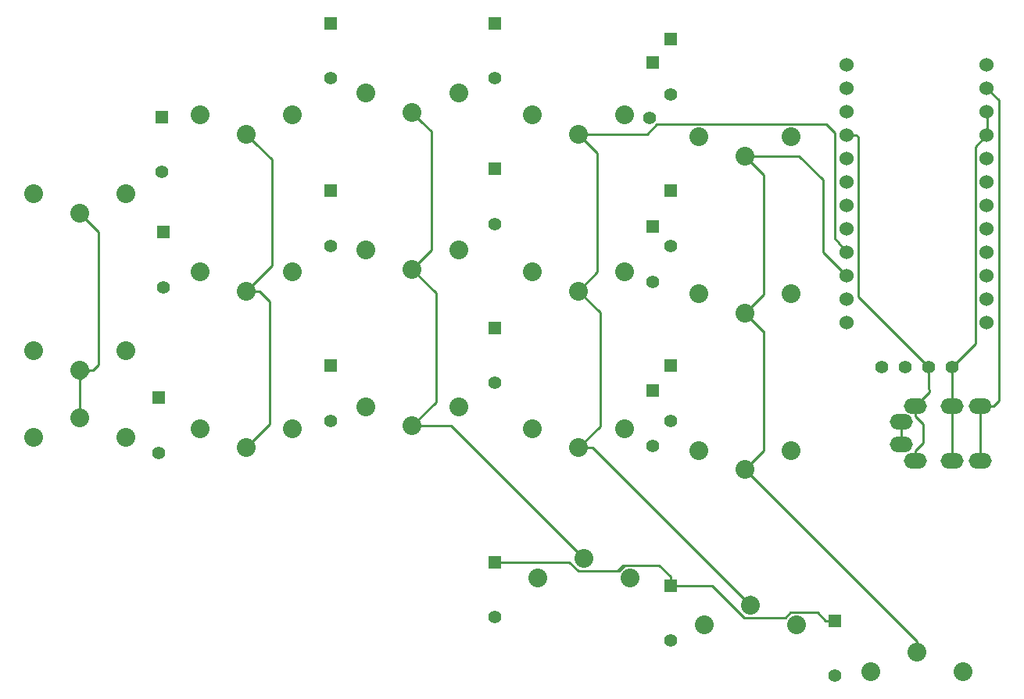
<source format=gtl>
G04 #@! TF.GenerationSoftware,KiCad,Pcbnew,(5.1.5-0-10_14)*
G04 #@! TF.CreationDate,2020-05-05T15:06:42+01:00*
G04 #@! TF.ProjectId,beak,6265616b-2e6b-4696-9361-645f70636258,2.1*
G04 #@! TF.SameCoordinates,Original*
G04 #@! TF.FileFunction,Copper,L1,Top*
G04 #@! TF.FilePolarity,Positive*
%FSLAX46Y46*%
G04 Gerber Fmt 4.6, Leading zero omitted, Abs format (unit mm)*
G04 Created by KiCad (PCBNEW (5.1.5-0-10_14)) date 2020-05-05 15:06:42*
%MOMM*%
%LPD*%
G04 APERTURE LIST*
%ADD10C,2.032000*%
%ADD11C,1.397000*%
%ADD12R,1.397000X1.397000*%
%ADD13C,1.524000*%
%ADD14O,2.500000X1.700000*%
%ADD15C,0.250000*%
G04 APERTURE END LIST*
D10*
X116620000Y-85540000D03*
X111620000Y-87640000D03*
X121620000Y-87640000D03*
X116000000Y-70820000D03*
X111000000Y-68720000D03*
X121000000Y-68720000D03*
D11*
X108000000Y-65545000D03*
D12*
X108000000Y-59545000D03*
D11*
X138430000Y-59690000D03*
X135890000Y-59690000D03*
X133350000Y-59690000D03*
X130810000Y-59690000D03*
D10*
X98620000Y-80460000D03*
X93620000Y-82560000D03*
X103620000Y-82560000D03*
X139620000Y-92720000D03*
X129620000Y-92720000D03*
X134620000Y-90620000D03*
D13*
X127011400Y-26922000D03*
X127011400Y-29462000D03*
X127011400Y-32002000D03*
X127011400Y-34542000D03*
X127011400Y-37082000D03*
X127011400Y-39622000D03*
X127011400Y-42162000D03*
X127011400Y-44702000D03*
X127011400Y-47242000D03*
X127011400Y-49782000D03*
X127011400Y-52322000D03*
X127011400Y-54862000D03*
X142231400Y-54862000D03*
X142231400Y-52322000D03*
X142231400Y-49782000D03*
X142231400Y-47242000D03*
X142231400Y-44702000D03*
X142231400Y-42162000D03*
X142231400Y-39622000D03*
X142231400Y-37082000D03*
X142231400Y-34542000D03*
X142231400Y-32002000D03*
X142231400Y-29462000D03*
X142231400Y-26922000D03*
D10*
X98000000Y-68445000D03*
X93000000Y-66345000D03*
X103000000Y-66345000D03*
X80000000Y-66070000D03*
X75000000Y-63970000D03*
X85000000Y-63970000D03*
X62000000Y-68445000D03*
X57000000Y-66345000D03*
X67000000Y-66345000D03*
X49000000Y-67305000D03*
X39000000Y-67305000D03*
X44000000Y-65205000D03*
X116000000Y-53820000D03*
X111000000Y-51720000D03*
X121000000Y-51720000D03*
X98000000Y-51440000D03*
X93000000Y-49340000D03*
X103000000Y-49340000D03*
X80000000Y-49070000D03*
X75000000Y-46970000D03*
X85000000Y-46970000D03*
X62000000Y-51440000D03*
X57000000Y-49340000D03*
X67000000Y-49340000D03*
X49000000Y-57900000D03*
X39000000Y-57900000D03*
X44000000Y-60000000D03*
X116000000Y-36820000D03*
X111000000Y-34720000D03*
X121000000Y-34720000D03*
X98000000Y-34440000D03*
X93000000Y-32340000D03*
X103000000Y-32340000D03*
X85000000Y-29980000D03*
X75000000Y-29980000D03*
X80000000Y-32080000D03*
X62000000Y-34440000D03*
X57000000Y-32340000D03*
X67000000Y-32340000D03*
X49000000Y-40900000D03*
X39000000Y-40900000D03*
X44000000Y-43000000D03*
D14*
X132980000Y-65650000D03*
X134480000Y-69850000D03*
X138480000Y-69850000D03*
X141480000Y-69850000D03*
X138480000Y-63900000D03*
X141480000Y-63900000D03*
X132980000Y-68100000D03*
X134480000Y-63900000D03*
D11*
X52840000Y-38560000D03*
D12*
X52840000Y-32560000D03*
X71120000Y-22400000D03*
D11*
X71120000Y-28400000D03*
X88900000Y-28400000D03*
D12*
X88900000Y-22400000D03*
D11*
X105680000Y-32670000D03*
D12*
X106000000Y-26670000D03*
D11*
X107950000Y-30130000D03*
D12*
X107950000Y-24130000D03*
D11*
X53070000Y-51060000D03*
D12*
X53070000Y-45060000D03*
X71120000Y-40545000D03*
D11*
X71120000Y-46545000D03*
X88900000Y-44170000D03*
D12*
X88900000Y-38170000D03*
D11*
X106000000Y-50450000D03*
D12*
X106000000Y-44450000D03*
D11*
X108000000Y-46545000D03*
D12*
X108000000Y-40545000D03*
D11*
X52570000Y-68995000D03*
D12*
X52570000Y-62995000D03*
D11*
X71120000Y-65545000D03*
D12*
X71120000Y-59545000D03*
X88900000Y-55420000D03*
D11*
X88900000Y-61420000D03*
X106000000Y-68230000D03*
D12*
X106000000Y-62230000D03*
D11*
X88900000Y-86820000D03*
D12*
X88900000Y-80820000D03*
D11*
X107950000Y-89360000D03*
D12*
X107950000Y-83360000D03*
D11*
X125730000Y-93170000D03*
D12*
X125730000Y-87170000D03*
D15*
X123910499Y-86298999D02*
X124781500Y-87170000D01*
X120976319Y-86298999D02*
X123910499Y-86298999D01*
X120394317Y-86881001D02*
X120976319Y-86298999D01*
X115976319Y-86881001D02*
X120394317Y-86881001D01*
X112455318Y-83360000D02*
X115976319Y-86881001D01*
X124781500Y-87170000D02*
X125730000Y-87170000D01*
X107950000Y-83360000D02*
X112455318Y-83360000D01*
X102808999Y-81218999D02*
X106757499Y-81218999D01*
X102226997Y-81801001D02*
X102808999Y-81218999D01*
X88900000Y-80820000D02*
X93864682Y-80820000D01*
X107950000Y-82411500D02*
X107950000Y-83360000D01*
X106757499Y-81218999D02*
X107950000Y-82411500D01*
X102394317Y-81801001D02*
X102976319Y-81218999D01*
X97976319Y-81801001D02*
X102394317Y-81801001D01*
X102976319Y-81218999D02*
X106757499Y-81218999D01*
X96995318Y-80820000D02*
X97976319Y-81801001D01*
X88900000Y-80820000D02*
X96995318Y-80820000D01*
X142276400Y-34542000D02*
X142276400Y-32983600D01*
X142276400Y-32983600D02*
X142276400Y-33272000D01*
X142276400Y-32002000D02*
X142276400Y-32983600D01*
X138480000Y-59740000D02*
X138430000Y-59690000D01*
X138480000Y-63460000D02*
X138480000Y-59740000D01*
X138480000Y-63460000D02*
X138480000Y-69410000D01*
X142231400Y-34542000D02*
X140970000Y-35803400D01*
X140970000Y-57150000D02*
X138430000Y-59690000D01*
X140970000Y-35803400D02*
X140970000Y-57150000D01*
X127056400Y-34542000D02*
X128134030Y-34542000D01*
X134480000Y-58280000D02*
X135890000Y-59690000D01*
X135980000Y-62360000D02*
X134880000Y-63460000D01*
X135980000Y-62140000D02*
X135980000Y-62360000D01*
X135890000Y-62050000D02*
X135980000Y-62140000D01*
X134880000Y-63460000D02*
X134480000Y-63460000D01*
X135890000Y-59690000D02*
X135890000Y-62050000D01*
X134480000Y-64560000D02*
X134555010Y-64635010D01*
X134480000Y-63460000D02*
X134480000Y-64560000D01*
X135354999Y-67875001D02*
X134480000Y-68750000D01*
X134480000Y-68750000D02*
X134480000Y-69850000D01*
X135354999Y-65874999D02*
X135354999Y-67875001D01*
X134480000Y-65000000D02*
X135354999Y-65874999D01*
X134480000Y-63900000D02*
X134480000Y-65000000D01*
X128089030Y-34542000D02*
X128270000Y-34722970D01*
X127011400Y-34542000D02*
X128089030Y-34542000D01*
X128270000Y-52070000D02*
X135890000Y-59690000D01*
X128270000Y-34722970D02*
X128270000Y-52070000D01*
X45015999Y-59994001D02*
X44000000Y-61010000D01*
X46039501Y-59397339D02*
X46039501Y-58739501D01*
X46039501Y-58739501D02*
X46039501Y-58970499D01*
X45436840Y-60000000D02*
X46039501Y-59397339D01*
X44000000Y-60000000D02*
X45436840Y-60000000D01*
X46039501Y-46049501D02*
X46039501Y-58100499D01*
X46039501Y-59397339D02*
X46039501Y-58100499D01*
X46039501Y-58100499D02*
X46039501Y-58739501D01*
X46039501Y-45039501D02*
X44000000Y-43000000D01*
X46039501Y-46049501D02*
X46039501Y-45039501D01*
X44000000Y-60000000D02*
X44000000Y-61436840D01*
X44000000Y-60000000D02*
X44000000Y-65205000D01*
X64770000Y-37210000D02*
X63015999Y-35455999D01*
X63015999Y-35455999D02*
X62000000Y-34440000D01*
X64770000Y-48670000D02*
X64770000Y-37210000D01*
X62000000Y-51440000D02*
X64770000Y-48670000D01*
X64587500Y-52590660D02*
X64587500Y-65857500D01*
X62000000Y-51440000D02*
X63436840Y-51440000D01*
X63436840Y-51440000D02*
X64587500Y-52590660D01*
X62000000Y-68445000D02*
X64587500Y-65857500D01*
X82039501Y-34119501D02*
X81015999Y-33095999D01*
X81015999Y-33095999D02*
X80000000Y-32080000D01*
X82039501Y-47030499D02*
X82039501Y-34119501D01*
X80000000Y-49070000D02*
X82039501Y-47030499D01*
X80000000Y-49070000D02*
X82550000Y-51620000D01*
X82550000Y-63520000D02*
X80000000Y-66070000D01*
X82550000Y-51620000D02*
X82550000Y-63520000D01*
X98620000Y-79610000D02*
X98620000Y-80460000D01*
X84230000Y-66070000D02*
X98620000Y-80460000D01*
X80000000Y-66070000D02*
X84230000Y-66070000D01*
X99015999Y-35455999D02*
X98000000Y-34440000D01*
X100039501Y-36479501D02*
X99015999Y-35455999D01*
X100039501Y-49400499D02*
X100039501Y-36479501D01*
X98000000Y-51440000D02*
X100039501Y-49400499D01*
X98000000Y-51440000D02*
X100330000Y-53770000D01*
X100330000Y-66115000D02*
X98000000Y-68445000D01*
X100330000Y-53770000D02*
X100330000Y-66115000D01*
X127011400Y-47242000D02*
X125730000Y-45720000D01*
X99436840Y-34440000D02*
X98000000Y-34440000D01*
X105424782Y-34440000D02*
X99436840Y-34440000D01*
X106485783Y-33378999D02*
X105424782Y-34440000D01*
X124818999Y-33378999D02*
X106485783Y-33378999D01*
X125730000Y-34290000D02*
X124818999Y-33378999D01*
X125730000Y-45720000D02*
X125730000Y-34290000D01*
X116620000Y-84525000D02*
X116620000Y-85540000D01*
X99525000Y-68445000D02*
X116620000Y-85540000D01*
X98000000Y-68445000D02*
X99525000Y-68445000D01*
X118039501Y-68780499D02*
X118039501Y-55809501D01*
X116000000Y-70820000D02*
X118039501Y-68780499D01*
X117989501Y-55809501D02*
X116000000Y-53820000D01*
X118039501Y-55809501D02*
X117989501Y-55809501D01*
X118060000Y-55880000D02*
X116000000Y-53820000D01*
X116000000Y-36820000D02*
X121910000Y-36820000D01*
X121910000Y-36820000D02*
X124460000Y-39370000D01*
X126294401Y-49020001D02*
X127056400Y-49782000D01*
X125924399Y-48694999D02*
X125969399Y-48694999D01*
X125969399Y-48694999D02*
X126294401Y-49020001D01*
X124460000Y-39370000D02*
X124460000Y-47230600D01*
X124460000Y-47230600D02*
X125924399Y-48694999D01*
X117015999Y-52804001D02*
X116000000Y-53820000D01*
X118039501Y-51780499D02*
X117015999Y-52804001D01*
X118039501Y-38859501D02*
X118039501Y-51780499D01*
X116000000Y-36820000D02*
X118039501Y-38859501D01*
X134620000Y-89440000D02*
X134620000Y-90620000D01*
X116000000Y-70820000D02*
X134620000Y-89440000D01*
X141480000Y-64560000D02*
X141480000Y-69410000D01*
X141480000Y-63460000D02*
X141480000Y-64560000D01*
X142980000Y-63900000D02*
X141480000Y-63900000D01*
X143510000Y-63370000D02*
X142980000Y-63900000D01*
X143510000Y-30740600D02*
X143510000Y-63370000D01*
X142231400Y-29462000D02*
X143510000Y-30740600D01*
X132980000Y-65650000D02*
X132980000Y-68100000D01*
M02*

</source>
